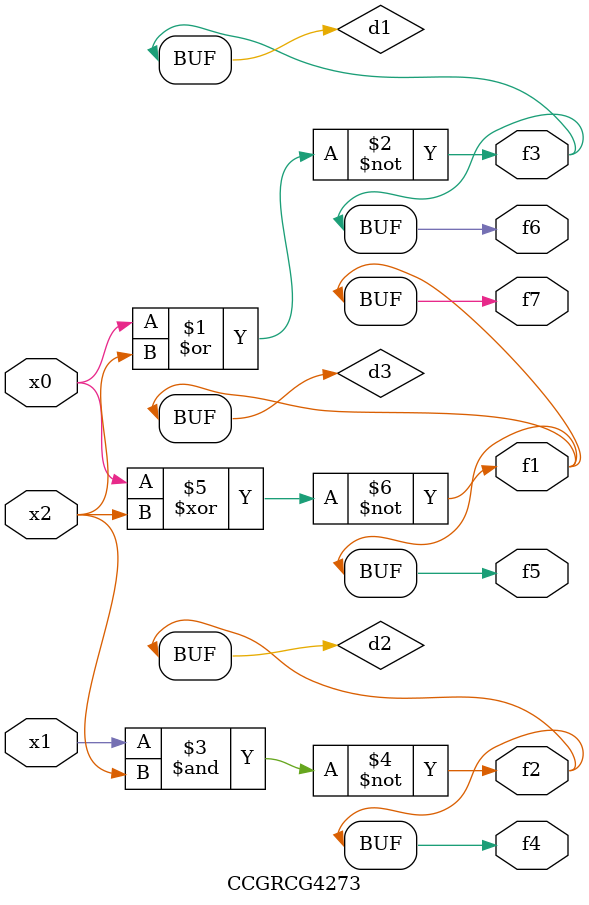
<source format=v>
module CCGRCG4273(
	input x0, x1, x2,
	output f1, f2, f3, f4, f5, f6, f7
);

	wire d1, d2, d3;

	nor (d1, x0, x2);
	nand (d2, x1, x2);
	xnor (d3, x0, x2);
	assign f1 = d3;
	assign f2 = d2;
	assign f3 = d1;
	assign f4 = d2;
	assign f5 = d3;
	assign f6 = d1;
	assign f7 = d3;
endmodule

</source>
